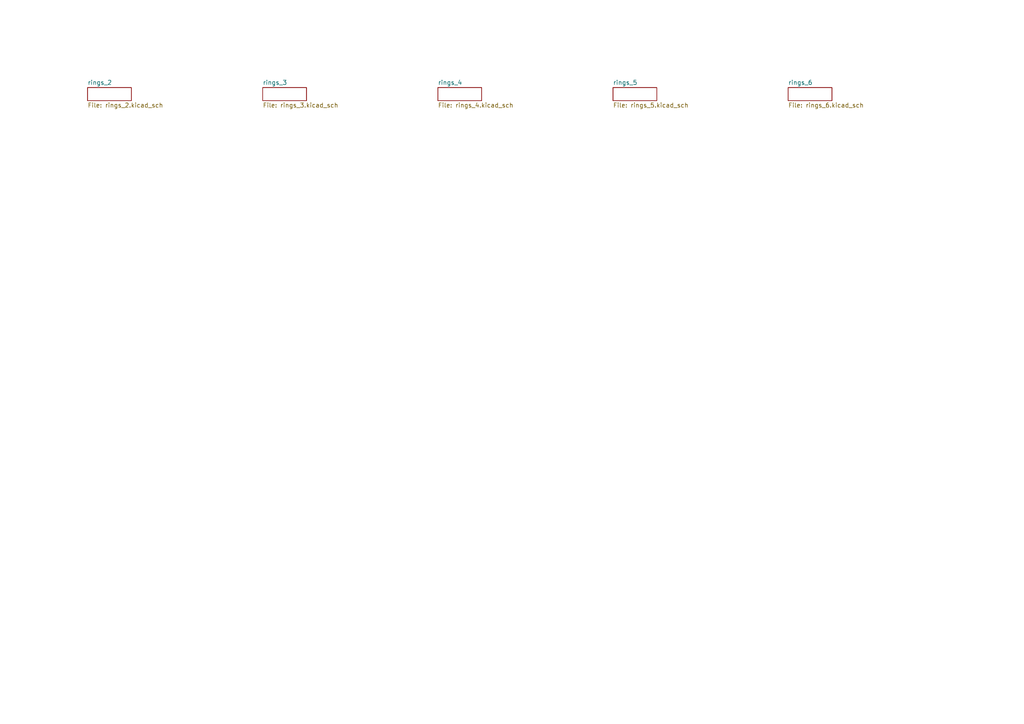
<source format=kicad_sch>
(kicad_sch (version 20211123) (generator eeschema)
  (paper "A4")
  (lib_symbols)
  (sheet (at 177.8 25.4) (size 12.7 3.81)
    (property "Sheet name" "rings_5" (at 177.8 24.6884 0) (effects (justify left bottom)))
    (property "Sheet file" "rings_5.kicad_sch" (at 177.8 29.7946 0) (effects (justify left top)))
  )
  (sheet (at 76.2 25.4) (size 12.7 3.81)
    (property "Sheet name" "rings_3" (at 76.2 24.6884 0) (effects (justify left bottom)))
    (property "Sheet file" "rings_3.kicad_sch" (at 76.2 29.7946 0) (effects (justify left top)))
  )
  (sheet (at 25.4 25.4) (size 12.7 3.81)
    (property "Sheet name" "rings_2" (at 25.4 24.6884 0) (effects (justify left bottom)))
    (property "Sheet file" "rings_2.kicad_sch" (at 25.4 29.7946 0) (effects (justify left top)))
  )
  (sheet (at 127 25.4) (size 12.7 3.81)
    (property "Sheet name" "rings_4" (at 127 24.6884 0) (effects (justify left bottom)))
    (property "Sheet file" "rings_4.kicad_sch" (at 127 29.7946 0) (effects (justify left top)))
  )
  (sheet (at 228.6 25.4) (size 12.7 3.81)
    (property "Sheet name" "rings_6" (at 228.6 24.6884 0) (effects (justify left bottom)))
    (property "Sheet file" "rings_6.kicad_sch" (at 228.6 29.7946 0) (effects (justify left top)))
  )
)
</source>
